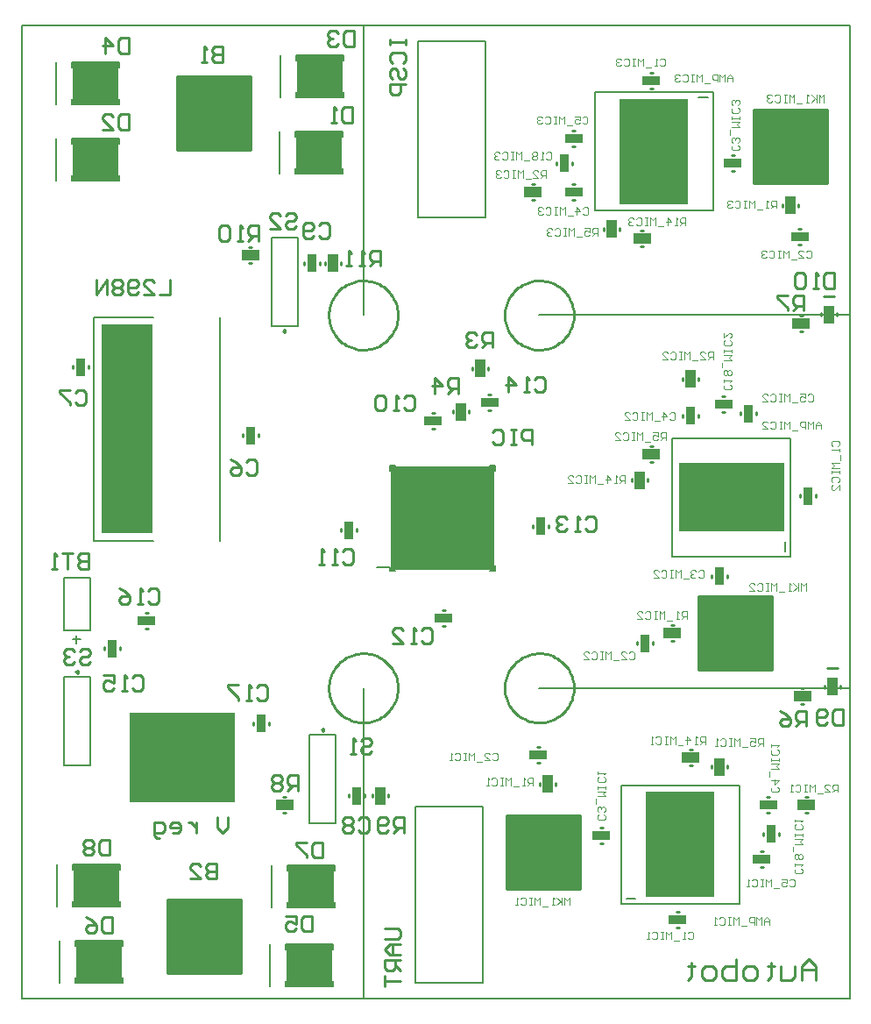
<source format=gto>
%FSLAX25Y25*%
%MOIN*%
G70*
G01*
G75*
%ADD10R,0.04213X0.08504*%
%ADD11R,0.32795X0.31496*%
%ADD12R,0.03937X0.03937*%
%ADD13R,0.03937X0.03937*%
%ADD14R,0.09843X0.09055*%
%ADD15R,0.05906X0.01969*%
%ADD16R,0.01969X0.05906*%
%ADD17C,0.01000*%
%ADD18C,0.02362*%
%ADD19C,0.03937*%
%ADD20C,0.00787*%
%ADD21R,0.40000X0.34016*%
%ADD22R,0.03543X0.06693*%
%ADD23R,0.06693X0.03543*%
%ADD24R,0.03937X0.07087*%
%ADD25R,0.17716X0.15748*%
%ADD26R,0.39370X0.39370*%
%ADD27R,0.07087X0.03937*%
%ADD28R,0.40158X0.25984*%
%ADD29R,0.25984X0.40158*%
%ADD30R,0.19685X0.79528*%
%ADD31R,0.27559X0.27559*%
%ADD32C,0.05906*%
%ADD33R,0.05906X0.05906*%
%ADD34R,0.07284X0.07284*%
%ADD35C,0.07284*%
%ADD36C,0.07874*%
%ADD37C,0.05000*%
%ADD38C,0.15748*%
%ADD39C,0.00984*%
%ADD40C,0.00492*%
%ADD41C,0.00591*%
G54D17*
X564894Y118110D02*
X564932Y117116D01*
X565044Y116128D01*
X565232Y115151D01*
X565492Y114191D01*
X565824Y113253D01*
X566227Y112343D01*
X566697Y111467D01*
X567232Y110628D01*
X567828Y109832D01*
X568484Y109084D01*
X569194Y108387D01*
X569954Y107746D01*
X570761Y107164D01*
X571610Y106645D01*
X572496Y106192D01*
X573413Y105807D01*
X574357Y105492D01*
X575321Y105250D01*
X576302Y105082D01*
X577292Y104988D01*
X578287Y104969D01*
X579280Y105025D01*
X580266Y105157D01*
X581239Y105362D01*
X582194Y105641D01*
X583125Y105991D01*
X584027Y106410D01*
X584895Y106897D01*
X585723Y107448D01*
X586508Y108059D01*
X587244Y108729D01*
X587927Y109452D01*
X588553Y110224D01*
X589119Y111042D01*
X589622Y111901D01*
X590059Y112794D01*
X590426Y113719D01*
X590723Y114668D01*
X590947Y115638D01*
X591097Y116621D01*
X591172Y117613D01*
Y118608D01*
X591097Y119599D01*
X590947Y120583D01*
X590723Y121552D01*
X590426Y122502D01*
X590059Y123426D01*
X589622Y124320D01*
X589119Y125178D01*
X588553Y125996D01*
X587927Y126769D01*
X587244Y127492D01*
X586508Y128161D01*
X585723Y128773D01*
X584895Y129324D01*
X584027Y129810D01*
X583125Y130230D01*
X582194Y130580D01*
X581239Y130858D01*
X580266Y131064D01*
X579280Y131195D01*
X578287Y131252D01*
X577292Y131233D01*
X576302Y131139D01*
X575321Y130970D01*
X574357Y130728D01*
X573413Y130413D01*
X572496Y130028D01*
X571610Y129575D01*
X570761Y129056D01*
X569954Y128474D01*
X569194Y127833D01*
X568484Y127137D01*
X567829Y126388D01*
X567232Y125593D01*
X566697Y124754D01*
X566227Y123877D01*
X565824Y122967D01*
X565492Y122030D01*
X565232Y121070D01*
X565044Y120093D01*
X564932Y119104D01*
X564894Y118110D01*
X497965Y118110D02*
X498003Y117116D01*
X498115Y116128D01*
X498302Y115151D01*
X498563Y114191D01*
X498895Y113253D01*
X499298Y112343D01*
X499767Y111467D01*
X500303Y110628D01*
X500899Y109832D01*
X501555Y109084D01*
X502265Y108387D01*
X503025Y107746D01*
X503832Y107164D01*
X504681Y106645D01*
X505566Y106192D01*
X506484Y105807D01*
X507427Y105492D01*
X508392Y105250D01*
X509373Y105082D01*
X510363Y104988D01*
X511357Y104969D01*
X512351Y105025D01*
X513337Y105157D01*
X514310Y105362D01*
X515265Y105641D01*
X516196Y105991D01*
X517098Y106410D01*
X517966Y106897D01*
X518794Y107448D01*
X519579Y108059D01*
X520314Y108729D01*
X520998Y109452D01*
X521624Y110224D01*
X522190Y111042D01*
X522693Y111901D01*
X523130Y112794D01*
X523497Y113719D01*
X523794Y114668D01*
X524018Y115638D01*
X524168Y116621D01*
X524243Y117613D01*
Y118608D01*
X524168Y119599D01*
X524018Y120583D01*
X523794Y121552D01*
X523497Y122502D01*
X523130Y123426D01*
X522693Y124320D01*
X522190Y125178D01*
X521624Y125996D01*
X520998Y126769D01*
X520314Y127492D01*
X519579Y128161D01*
X518794Y128773D01*
X517966Y129324D01*
X517098Y129810D01*
X516196Y130230D01*
X515265Y130580D01*
X514310Y130858D01*
X513337Y131064D01*
X512351Y131195D01*
X511357Y131252D01*
X510363Y131233D01*
X509373Y131139D01*
X508392Y130970D01*
X507427Y130728D01*
X506484Y130413D01*
X505567Y130028D01*
X504681Y129575D01*
X503832Y129056D01*
X503025Y128474D01*
X502265Y127833D01*
X501555Y127137D01*
X500899Y126388D01*
X500303Y125593D01*
X499768Y124754D01*
X499298Y123877D01*
X498895Y122967D01*
X498563Y122030D01*
X498302Y121070D01*
X498115Y120093D01*
X498003Y119104D01*
X497965Y118110D01*
Y259842D02*
X498003Y258849D01*
X498115Y257860D01*
X498302Y256883D01*
X498563Y255923D01*
X498895Y254985D01*
X499298Y254076D01*
X499767Y253199D01*
X500303Y252360D01*
X500899Y251564D01*
X501555Y250816D01*
X502265Y250119D01*
X503025Y249478D01*
X503832Y248897D01*
X504681Y248378D01*
X505566Y247924D01*
X506484Y247539D01*
X507427Y247225D01*
X508392Y246983D01*
X509373Y246814D01*
X510363Y246720D01*
X511357Y246701D01*
X512351Y246758D01*
X513337Y246889D01*
X514310Y247094D01*
X515265Y247373D01*
X516196Y247723D01*
X517098Y248143D01*
X517966Y248629D01*
X518794Y249180D01*
X519579Y249792D01*
X520314Y250461D01*
X520998Y251184D01*
X521624Y251957D01*
X522190Y252775D01*
X522693Y253633D01*
X523130Y254527D01*
X523497Y255451D01*
X523794Y256401D01*
X524018Y257370D01*
X524168Y258353D01*
X524243Y259345D01*
Y260340D01*
X524168Y261332D01*
X524018Y262315D01*
X523794Y263284D01*
X523497Y264234D01*
X523130Y265158D01*
X522693Y266052D01*
X522190Y266911D01*
X521624Y267728D01*
X520998Y268501D01*
X520314Y269224D01*
X519579Y269893D01*
X518794Y270505D01*
X517966Y271056D01*
X517098Y271542D01*
X516196Y271962D01*
X515265Y272312D01*
X514310Y272590D01*
X513337Y272796D01*
X512351Y272927D01*
X511357Y272984D01*
X510363Y272965D01*
X509373Y272871D01*
X508392Y272703D01*
X507427Y272460D01*
X506484Y272146D01*
X505567Y271761D01*
X504681Y271307D01*
X503832Y270789D01*
X503025Y270207D01*
X502265Y269566D01*
X501555Y268869D01*
X500899Y268121D01*
X500303Y267325D01*
X499768Y266486D01*
X499298Y265609D01*
X498895Y264700D01*
X498563Y263762D01*
X498302Y262802D01*
X498115Y261825D01*
X498003Y260837D01*
X497965Y259843D01*
X564894Y259842D02*
X564932Y258849D01*
X565044Y257860D01*
X565232Y256883D01*
X565492Y255923D01*
X565824Y254985D01*
X566227Y254076D01*
X566697Y253199D01*
X567232Y252360D01*
X567828Y251564D01*
X568484Y250816D01*
X569194Y250119D01*
X569954Y249478D01*
X570761Y248897D01*
X571610Y248378D01*
X572496Y247924D01*
X573413Y247539D01*
X574357Y247225D01*
X575321Y246983D01*
X576302Y246814D01*
X577292Y246720D01*
X578287Y246701D01*
X579280Y246758D01*
X580266Y246889D01*
X581239Y247094D01*
X582194Y247373D01*
X583125Y247723D01*
X584027Y248143D01*
X584895Y248629D01*
X585723Y249180D01*
X586508Y249792D01*
X587244Y250461D01*
X587927Y251184D01*
X588553Y251957D01*
X589119Y252775D01*
X589622Y253633D01*
X590059Y254527D01*
X590426Y255451D01*
X590723Y256401D01*
X590947Y257370D01*
X591097Y258353D01*
X591172Y259345D01*
Y260340D01*
X591097Y261332D01*
X590947Y262315D01*
X590723Y263284D01*
X590426Y264234D01*
X590059Y265158D01*
X589622Y266052D01*
X589119Y266911D01*
X588553Y267728D01*
X587927Y268501D01*
X587244Y269224D01*
X586508Y269893D01*
X585723Y270505D01*
X584895Y271056D01*
X584027Y271542D01*
X583125Y271962D01*
X582194Y272312D01*
X581239Y272590D01*
X580266Y272796D01*
X579280Y272927D01*
X578287Y272984D01*
X577292Y272965D01*
X576302Y272871D01*
X575321Y272703D01*
X574357Y272460D01*
X573413Y272146D01*
X572496Y271761D01*
X571610Y271307D01*
X570761Y270789D01*
X569954Y270207D01*
X569194Y269566D01*
X568484Y268869D01*
X567829Y268121D01*
X567232Y267325D01*
X566697Y266486D01*
X566227Y265609D01*
X565824Y264700D01*
X565492Y263762D01*
X565232Y262802D01*
X565044Y261825D01*
X564932Y260837D01*
X564894Y259843D01*
X469148Y104000D02*
Y105000D01*
X475148Y104000D02*
Y105000D01*
X429148Y140500D02*
X428148D01*
X429148Y146500D02*
X428148D01*
X692605Y118000D02*
Y119000D01*
X686605Y118000D02*
Y119000D01*
X691605Y125500D02*
X687605D01*
X690148Y267000D02*
X686148D01*
X685148Y259500D02*
Y260500D01*
X691148Y259500D02*
Y260500D01*
X552648Y239000D02*
Y240000D01*
X558648Y239000D02*
Y240000D01*
X545148Y222500D02*
Y223500D01*
X551148Y222500D02*
Y223500D01*
X678605Y118000D02*
X677605D01*
X678605Y112000D02*
X677605D01*
X678148Y253500D02*
X677148D01*
X678148Y259500D02*
X677148D01*
X481648Y76500D02*
X480648D01*
X481648Y70500D02*
X480648D01*
X520648Y76500D02*
Y77500D01*
X514648Y76500D02*
Y77500D01*
X468648Y285500D02*
X467648D01*
X468648Y279500D02*
X467648D01*
X496648Y279000D02*
Y280000D01*
X502648Y279000D02*
Y280000D01*
X578148Y81000D02*
Y82000D01*
X584148Y81000D02*
Y82000D01*
X629148Y142000D02*
X628148D01*
X629148Y136000D02*
X628148D01*
X676648Y301000D02*
Y302000D01*
X670648Y301000D02*
Y302000D01*
X680148Y76500D02*
X679148D01*
X680148Y70500D02*
X679148D01*
X576148Y309500D02*
X575148D01*
X576148Y303500D02*
X575148D01*
X632648Y235000D02*
Y236000D01*
X638648Y235000D02*
Y236000D01*
X649648Y87500D02*
Y88500D01*
X643648Y87500D02*
Y88500D01*
X621148Y204000D02*
X620148D01*
X621148Y210000D02*
X620148D01*
X602648Y292000D02*
Y293000D01*
X608648Y292000D02*
Y293000D01*
X636148Y88500D02*
X635148D01*
X636148Y94500D02*
X635148D01*
X613148Y196500D02*
Y197500D01*
X619148Y196500D02*
Y197500D01*
X617648Y292000D02*
X616648D01*
X617648Y286000D02*
X616648D01*
X677648Y286500D02*
X676648D01*
X677648Y292500D02*
X676648D01*
X621148Y134500D02*
Y135500D01*
X615148Y134500D02*
Y135500D01*
X578148Y95500D02*
X577148D01*
X578148Y89500D02*
X577148D01*
X584648Y317000D02*
Y318000D01*
X590648Y317000D02*
Y318000D01*
X648648Y222847D02*
X647648D01*
X648648Y228847D02*
X647648D01*
X669148Y62000D02*
Y63000D01*
X663148Y62000D02*
Y63000D01*
X465148Y213500D02*
Y214500D01*
X471148Y213500D02*
Y214500D01*
X406648Y239500D02*
Y240500D01*
X400648Y239500D02*
Y240500D01*
X505648Y76500D02*
Y77500D01*
X511648Y76500D02*
Y77500D01*
X488648Y279000D02*
Y280000D01*
X494648Y279000D02*
Y280000D01*
X538148Y222500D02*
X537148D01*
X538148Y216500D02*
X537148D01*
X502648Y177500D02*
Y178500D01*
X508648Y177500D02*
Y178500D01*
X542148Y141500D02*
X541148D01*
X542148Y147500D02*
X541148D01*
X575648Y179000D02*
Y180000D01*
X581648Y179000D02*
Y180000D01*
X559648Y223500D02*
X558648D01*
X559648Y229500D02*
X558648D01*
X631148Y33000D02*
X630148D01*
X631148Y27000D02*
X630148D01*
X683148Y190500D02*
Y191500D01*
X677148Y190500D02*
Y191500D01*
X621148Y346000D02*
X620148D01*
X621148Y352000D02*
X620148D01*
X602148Y65000D02*
X601148D01*
X602148Y59000D02*
X601148D01*
X649648Y160000D02*
Y161000D01*
X643648Y160000D02*
Y161000D01*
X652148Y314500D02*
X651148D01*
X652148Y320500D02*
X651148D01*
X665648Y76500D02*
X664648D01*
X665648Y70500D02*
X664648D01*
X638648Y221000D02*
Y222000D01*
X632648Y221000D02*
Y222000D01*
X591648Y303500D02*
X590648D01*
X591648Y309500D02*
X590648D01*
X663148Y50000D02*
X662148D01*
X663148Y56000D02*
X662148D01*
X654648Y221847D02*
Y222847D01*
X660648Y221847D02*
Y222847D01*
X591648Y330000D02*
X590648D01*
X591648Y324000D02*
X590648D01*
X412648Y132500D02*
Y133500D01*
X418648Y132500D02*
Y133500D01*
X468148Y350500D02*
X440148D01*
X468148Y322500D02*
Y350500D01*
Y322500D02*
X440148D01*
Y350500D01*
X464648Y37500D02*
X436648D01*
X464648Y9500D02*
Y37500D01*
Y9500D02*
X436648D01*
Y37500D01*
X593648Y69500D02*
X565648D01*
X593648Y41500D02*
Y69500D01*
Y41500D02*
X565648D01*
Y69500D01*
X638648Y125000D02*
Y153000D01*
X666648D02*
X638648D01*
X666648Y125000D02*
Y153000D01*
Y125000D02*
X638648D01*
X687648Y310000D02*
X659648D01*
Y338000D01*
X687648D02*
X659648D01*
X687648Y310000D02*
Y338000D01*
X459648Y68998D02*
Y64999D01*
X457649Y63000D01*
X455649Y64999D01*
Y68998D01*
X447652Y66999D02*
Y63000D01*
Y64999D01*
X446652Y65999D01*
X445653Y66999D01*
X444653D01*
X438655Y63000D02*
X440654D01*
X441654Y64000D01*
Y65999D01*
X440654Y66999D01*
X438655D01*
X437655Y65999D01*
Y64999D01*
X441654D01*
X433657Y61001D02*
X432657D01*
X431657Y62000D01*
Y66999D01*
X434656D01*
X435656Y65999D01*
Y64000D01*
X434656Y63000D01*
X431657D01*
X470670Y118218D02*
X471669Y119218D01*
X473669D01*
X474669Y118218D01*
Y114219D01*
X473669Y113220D01*
X471669D01*
X470670Y114219D01*
X468671Y113220D02*
X466671D01*
X467671D01*
Y119218D01*
X468671Y118218D01*
X463672Y119218D02*
X459673D01*
Y118218D01*
X463672Y114219D01*
Y113220D01*
X429370Y155018D02*
X430370Y156018D01*
X432369D01*
X433368Y155018D01*
Y151019D01*
X432369Y150020D01*
X430370D01*
X429370Y151019D01*
X427371Y150020D02*
X425371D01*
X426371D01*
Y156018D01*
X427371Y155018D01*
X418373Y156018D02*
X420373Y155018D01*
X422372Y153019D01*
Y151019D01*
X421372Y150020D01*
X419373D01*
X418373Y151019D01*
Y152019D01*
X419373Y153019D01*
X422372D01*
X423149Y121998D02*
X424149Y122998D01*
X426148D01*
X427148Y121998D01*
Y118000D01*
X426148Y117000D01*
X424149D01*
X423149Y118000D01*
X421150Y117000D02*
X419151D01*
X420150D01*
Y122998D01*
X421150Y121998D01*
X412153Y122998D02*
X416152D01*
Y119999D01*
X414152Y120999D01*
X413153D01*
X412153Y119999D01*
Y118000D01*
X413153Y117000D01*
X415152D01*
X416152Y118000D01*
X406568Y169418D02*
Y163420D01*
X403570D01*
X402570Y164419D01*
Y165419D01*
X403570Y166419D01*
X406568D01*
X403570D01*
X402570Y167418D01*
Y168418D01*
X403570Y169418D01*
X406568D01*
X400570D02*
X396572D01*
X398571D01*
Y163420D01*
X394572D02*
X392573D01*
X393573D01*
Y169418D01*
X394572Y168418D01*
X403149Y131998D02*
X404149Y132998D01*
X406148D01*
X407148Y131998D01*
Y130999D01*
X406148Y129999D01*
X404149D01*
X403149Y128999D01*
Y128000D01*
X404149Y127000D01*
X406148D01*
X407148Y128000D01*
X401150Y131998D02*
X400150Y132998D01*
X398151D01*
X397151Y131998D01*
Y130999D01*
X398151Y129999D01*
X399151D01*
X398151D01*
X397151Y128999D01*
Y128000D01*
X398151Y127000D01*
X400150D01*
X401150Y128000D01*
X519150Y26500D02*
X524148D01*
X525148Y25500D01*
Y23501D01*
X524148Y22501D01*
X519150D01*
X525148Y20502D02*
X521149D01*
X519150Y18503D01*
X521149Y16503D01*
X525148D01*
X522149D01*
Y20502D01*
X525148Y14504D02*
X519150D01*
Y11505D01*
X520150Y10505D01*
X522149D01*
X523149Y11505D01*
Y14504D01*
Y12505D02*
X525148Y10505D01*
X519150Y8506D02*
Y4507D01*
Y6506D01*
X525148D01*
X481570Y297718D02*
X482570Y298718D01*
X484569D01*
X485569Y297718D01*
Y296718D01*
X484569Y295719D01*
X482570D01*
X481570Y294719D01*
Y293719D01*
X482570Y292720D01*
X484569D01*
X485569Y293719D01*
X475572Y292720D02*
X479570D01*
X475572Y296718D01*
Y297718D01*
X476571Y298718D01*
X478571D01*
X479570Y297718D01*
X510149Y97998D02*
X511149Y98998D01*
X513148D01*
X514148Y97998D01*
Y96999D01*
X513148Y95999D01*
X511149D01*
X510149Y94999D01*
Y94000D01*
X511149Y93000D01*
X513148D01*
X514148Y94000D01*
X508150Y93000D02*
X506151D01*
X507150D01*
Y98998D01*
X508150Y97998D01*
X517648Y278500D02*
Y284498D01*
X514649D01*
X513649Y283498D01*
Y281499D01*
X514649Y280499D01*
X517648D01*
X515649D02*
X513649Y278500D01*
X511650D02*
X509651D01*
X510650D01*
Y284498D01*
X511650Y283498D01*
X506652Y278500D02*
X504652D01*
X505652D01*
Y284498D01*
X506652Y283498D01*
X471148Y288000D02*
Y293998D01*
X468149D01*
X467149Y292998D01*
Y290999D01*
X468149Y289999D01*
X471148D01*
X469149D02*
X467149Y288000D01*
X465150D02*
X463151D01*
X464150D01*
Y293998D01*
X465150Y292998D01*
X460152D02*
X459152Y293998D01*
X457153D01*
X456153Y292998D01*
Y289000D01*
X457153Y288000D01*
X459152D01*
X460152Y289000D01*
Y292998D01*
X526648Y63000D02*
Y68998D01*
X523649D01*
X522649Y67998D01*
Y65999D01*
X523649Y64999D01*
X526648D01*
X524649D02*
X522649Y63000D01*
X520650Y64000D02*
X519650Y63000D01*
X517651D01*
X516651Y64000D01*
Y67998D01*
X517651Y68998D01*
X519650D01*
X520650Y67998D01*
Y66999D01*
X519650Y65999D01*
X516651D01*
X486068Y78920D02*
Y84918D01*
X483070D01*
X482070Y83918D01*
Y81919D01*
X483070Y80919D01*
X486068D01*
X484069D02*
X482070Y78920D01*
X480070Y83918D02*
X479071Y84918D01*
X477071D01*
X476072Y83918D01*
Y82918D01*
X477071Y81919D01*
X476072Y80919D01*
Y79919D01*
X477071Y78920D01*
X479071D01*
X480070Y79919D01*
Y80919D01*
X479071Y81919D01*
X480070Y82918D01*
Y83918D01*
X479071Y81919D02*
X477071D01*
X678648Y261500D02*
Y267498D01*
X675649D01*
X674649Y266498D01*
Y264499D01*
X675649Y263499D01*
X678648D01*
X676649D02*
X674649Y261500D01*
X672650Y267498D02*
X668651D01*
Y266498D01*
X672650Y262500D01*
Y261500D01*
X679648Y103500D02*
Y109498D01*
X676649D01*
X675649Y108498D01*
Y106499D01*
X676649Y105499D01*
X679648D01*
X677649D02*
X675649Y103500D01*
X669651Y109498D02*
X671651Y108498D01*
X673650Y106499D01*
Y104500D01*
X672650Y103500D01*
X670651D01*
X669651Y104500D01*
Y105499D01*
X670651Y106499D01*
X673650D01*
X547148Y230000D02*
Y235998D01*
X544149D01*
X543149Y234998D01*
Y232999D01*
X544149Y231999D01*
X547148D01*
X545149D02*
X543149Y230000D01*
X538151D02*
Y235998D01*
X541150Y232999D01*
X537151D01*
X560148Y247500D02*
Y253498D01*
X557149D01*
X556149Y252498D01*
Y250499D01*
X557149Y249499D01*
X560148D01*
X558149D02*
X556149Y247500D01*
X554150Y252498D02*
X553150Y253498D01*
X551151D01*
X550151Y252498D01*
Y251499D01*
X551151Y250499D01*
X552151D01*
X551151D01*
X550151Y249499D01*
Y248500D01*
X551151Y247500D01*
X553150D01*
X554150Y248500D01*
X575148Y210500D02*
Y216498D01*
X572149D01*
X571149Y215498D01*
Y213499D01*
X572149Y212499D01*
X575148D01*
X569150Y216498D02*
X567151D01*
X568150D01*
Y210500D01*
X569150D01*
X567151D01*
X560153Y215498D02*
X561153Y216498D01*
X563152D01*
X564152Y215498D01*
Y211500D01*
X563152Y210500D01*
X561153D01*
X560153Y211500D01*
X437648Y273498D02*
Y267500D01*
X433649D01*
X427651D02*
X431650D01*
X427651Y271499D01*
Y272498D01*
X428651Y273498D01*
X430650D01*
X431650Y272498D01*
X425652Y268500D02*
X424652Y267500D01*
X422653D01*
X421653Y268500D01*
Y272498D01*
X422653Y273498D01*
X424652D01*
X425652Y272498D01*
Y271499D01*
X424652Y270499D01*
X421653D01*
X419654Y272498D02*
X418654Y273498D01*
X416655D01*
X415655Y272498D01*
Y271499D01*
X416655Y270499D01*
X415655Y269499D01*
Y268500D01*
X416655Y267500D01*
X418654D01*
X419654Y268500D01*
Y269499D01*
X418654Y270499D01*
X419654Y271499D01*
Y272498D01*
X418654Y270499D02*
X416655D01*
X413656Y267500D02*
Y273498D01*
X409657Y267500D01*
Y273498D01*
X521150Y364500D02*
Y362501D01*
Y363500D01*
X527148D01*
Y364500D01*
Y362501D01*
X522150Y355503D02*
X521150Y356503D01*
Y358502D01*
X522150Y359502D01*
X526148D01*
X527148Y358502D01*
Y356503D01*
X526148Y355503D01*
X522150Y349505D02*
X521150Y350504D01*
Y352504D01*
X522150Y353504D01*
X523149D01*
X524149Y352504D01*
Y350504D01*
X525149Y349505D01*
X526148D01*
X527148Y350504D01*
Y352504D01*
X526148Y353504D01*
X527148Y347505D02*
X521150D01*
Y344507D01*
X522150Y343507D01*
X524149D01*
X525149Y344507D01*
Y347505D01*
X690169Y276018D02*
Y270020D01*
X687170D01*
X686170Y271019D01*
Y275018D01*
X687170Y276018D01*
X690169D01*
X684170Y270020D02*
X682171D01*
X683171D01*
Y276018D01*
X684170Y275018D01*
X679172D02*
X678172Y276018D01*
X676173D01*
X675173Y275018D01*
Y271019D01*
X676173Y270020D01*
X678172D01*
X679172Y271019D01*
Y275018D01*
X693648Y109998D02*
Y104000D01*
X690649D01*
X689649Y105000D01*
Y108998D01*
X690649Y109998D01*
X693648D01*
X687650Y105000D02*
X686650Y104000D01*
X684651D01*
X683651Y105000D01*
Y108998D01*
X684651Y109998D01*
X686650D01*
X687650Y108998D01*
Y107999D01*
X686650Y106999D01*
X683651D01*
X414648Y60498D02*
Y54500D01*
X411649D01*
X410649Y55500D01*
Y59498D01*
X411649Y60498D01*
X414648D01*
X408650Y59498D02*
X407650Y60498D01*
X405651D01*
X404651Y59498D01*
Y58499D01*
X405651Y57499D01*
X404651Y56499D01*
Y55500D01*
X405651Y54500D01*
X407650D01*
X408650Y55500D01*
Y56499D01*
X407650Y57499D01*
X408650Y58499D01*
Y59498D01*
X407650Y57499D02*
X405651D01*
X495648Y59498D02*
Y53500D01*
X492649D01*
X491649Y54500D01*
Y58498D01*
X492649Y59498D01*
X495648D01*
X489650D02*
X485651D01*
Y58498D01*
X489650Y54500D01*
Y53500D01*
X415648Y30998D02*
Y25000D01*
X412649D01*
X411649Y26000D01*
Y29998D01*
X412649Y30998D01*
X415648D01*
X405651D02*
X407651Y29998D01*
X409650Y27999D01*
Y26000D01*
X408650Y25000D01*
X406651D01*
X405651Y26000D01*
Y26999D01*
X406651Y27999D01*
X409650D01*
X491648Y31498D02*
Y25500D01*
X488649D01*
X487649Y26500D01*
Y30498D01*
X488649Y31498D01*
X491648D01*
X481651D02*
X485650D01*
Y28499D01*
X483651Y29499D01*
X482651D01*
X481651Y28499D01*
Y26500D01*
X482651Y25500D01*
X484650D01*
X485650Y26500D01*
X421969Y365418D02*
Y359420D01*
X418969D01*
X417970Y360419D01*
Y364418D01*
X418969Y365418D01*
X421969D01*
X412971Y359420D02*
Y365418D01*
X415971Y362419D01*
X411972D01*
X507469Y367918D02*
Y361920D01*
X504469D01*
X503470Y362919D01*
Y366918D01*
X504469Y367918D01*
X507469D01*
X501471Y366918D02*
X500471Y367918D01*
X498471D01*
X497472Y366918D01*
Y365918D01*
X498471Y364919D01*
X499471D01*
X498471D01*
X497472Y363919D01*
Y362919D01*
X498471Y361920D01*
X500471D01*
X501471Y362919D01*
X421969Y336418D02*
Y330420D01*
X418969D01*
X417970Y331419D01*
Y335418D01*
X418969Y336418D01*
X421969D01*
X411972Y330420D02*
X415971D01*
X411972Y334418D01*
Y335418D01*
X412971Y336418D01*
X414971D01*
X415971Y335418D01*
X506968Y338918D02*
Y332920D01*
X503969D01*
X502970Y333919D01*
Y337918D01*
X503969Y338918D01*
X506968D01*
X500971Y332920D02*
X498971D01*
X499971D01*
Y338918D01*
X500971Y337918D01*
X576149Y235498D02*
X577149Y236498D01*
X579148D01*
X580148Y235498D01*
Y231500D01*
X579148Y230500D01*
X577149D01*
X576149Y231500D01*
X574150Y230500D02*
X572151D01*
X573150D01*
Y236498D01*
X574150Y235498D01*
X566153Y230500D02*
Y236498D01*
X569152Y233499D01*
X565153D01*
X595649Y182498D02*
X596649Y183498D01*
X598648D01*
X599648Y182498D01*
Y178500D01*
X598648Y177500D01*
X596649D01*
X595649Y178500D01*
X593650Y177500D02*
X591651D01*
X592650D01*
Y183498D01*
X593650Y182498D01*
X588652D02*
X587652Y183498D01*
X585653D01*
X584653Y182498D01*
Y181499D01*
X585653Y180499D01*
X586652D01*
X585653D01*
X584653Y179499D01*
Y178500D01*
X585653Y177500D01*
X587652D01*
X588652Y178500D01*
X533149Y139998D02*
X534149Y140998D01*
X536148D01*
X537148Y139998D01*
Y136000D01*
X536148Y135000D01*
X534149D01*
X533149Y136000D01*
X531150Y135000D02*
X529151D01*
X530150D01*
Y140998D01*
X531150Y139998D01*
X522153Y135000D02*
X526152D01*
X522153Y138999D01*
Y139998D01*
X523153Y140998D01*
X525152D01*
X526152Y139998D01*
X503149Y169998D02*
X504149Y170998D01*
X506148D01*
X507148Y169998D01*
Y166000D01*
X506148Y165000D01*
X504149D01*
X503149Y166000D01*
X501150Y165000D02*
X499151D01*
X500150D01*
Y170998D01*
X501150Y169998D01*
X496152Y165000D02*
X494152D01*
X495152D01*
Y170998D01*
X496152Y169998D01*
X526649Y228498D02*
X527649Y229498D01*
X529648D01*
X530648Y228498D01*
Y224500D01*
X529648Y223500D01*
X527649D01*
X526649Y224500D01*
X524650Y223500D02*
X522651D01*
X523650D01*
Y229498D01*
X524650Y228498D01*
X519652D02*
X518652Y229498D01*
X516653D01*
X515653Y228498D01*
Y224500D01*
X516653Y223500D01*
X518652D01*
X519652Y224500D01*
Y228498D01*
X494149Y293998D02*
X495149Y294998D01*
X497148D01*
X498148Y293998D01*
Y290000D01*
X497148Y289000D01*
X495149D01*
X494149Y290000D01*
X492150D02*
X491150Y289000D01*
X489151D01*
X488151Y290000D01*
Y293998D01*
X489151Y294998D01*
X491150D01*
X492150Y293998D01*
Y292999D01*
X491150Y291999D01*
X488151D01*
X509149Y67998D02*
X510149Y68998D01*
X512148D01*
X513148Y67998D01*
Y64000D01*
X512148Y63000D01*
X510149D01*
X509149Y64000D01*
X507150Y67998D02*
X506150Y68998D01*
X504151D01*
X503151Y67998D01*
Y66999D01*
X504151Y65999D01*
X503151Y64999D01*
Y64000D01*
X504151Y63000D01*
X506150D01*
X507150Y64000D01*
Y64999D01*
X506150Y65999D01*
X507150Y66999D01*
Y67998D01*
X506150Y65999D02*
X504151D01*
X401649Y230498D02*
X402649Y231498D01*
X404648D01*
X405648Y230498D01*
Y226500D01*
X404648Y225500D01*
X402649D01*
X401649Y226500D01*
X399650Y231498D02*
X395651D01*
Y230498D01*
X399650Y226500D01*
Y225500D01*
X466649Y203998D02*
X467649Y204998D01*
X469648D01*
X470648Y203998D01*
Y200000D01*
X469648Y199000D01*
X467649D01*
X466649Y200000D01*
X460651Y204998D02*
X462651Y203998D01*
X464650Y201999D01*
Y200000D01*
X463650Y199000D01*
X461651D01*
X460651Y200000D01*
Y200999D01*
X461651Y201999D01*
X464650D01*
X455148Y51498D02*
Y45500D01*
X452149D01*
X451149Y46500D01*
Y47499D01*
X452149Y48499D01*
X455148D01*
X452149D01*
X451149Y49499D01*
Y50498D01*
X452149Y51498D01*
X455148D01*
X445151Y45500D02*
X449150D01*
X445151Y49499D01*
Y50498D01*
X446151Y51498D01*
X448150D01*
X449150Y50498D01*
X457648Y361998D02*
Y356000D01*
X454649D01*
X453649Y357000D01*
Y357999D01*
X454649Y358999D01*
X457648D01*
X454649D01*
X453649Y359999D01*
Y360998D01*
X454649Y361998D01*
X457648D01*
X451650Y356000D02*
X449651D01*
X450650D01*
Y361998D01*
X451650Y360998D01*
G54D20*
X407148Y140000D02*
Y160000D01*
Y140000D02*
X397148D01*
Y160000D01*
X407148D02*
X397148D01*
Y88650D02*
Y122350D01*
X407148Y88650D02*
X397148D01*
X407148D02*
Y122350D01*
X397148D01*
X479148Y313500D02*
Y329500D01*
X485148Y313500D02*
Y315500D01*
X503148Y313500D02*
X485148D01*
X503148D02*
Y315500D01*
X485148Y327500D02*
Y329500D01*
X503148D02*
X485148D01*
X503148Y327500D02*
Y329500D01*
X418148Y325000D02*
Y327000D01*
X400148D01*
Y325000D02*
Y327000D01*
X418148Y311000D02*
Y313000D01*
Y311000D02*
X400148D01*
Y313000D01*
X394148Y311000D02*
Y327000D01*
X479648Y342500D02*
Y358500D01*
X485648Y342500D02*
Y344500D01*
X503648Y342500D02*
X485648D01*
X503648D02*
Y344500D01*
X485648Y356500D02*
Y358500D01*
X503648D02*
X485648D01*
X503648Y356500D02*
Y358500D01*
X418148Y354000D02*
Y356000D01*
X400148D01*
Y354000D02*
Y356000D01*
X418148Y340000D02*
Y342000D01*
Y340000D02*
X400148D01*
Y342000D01*
X394148Y340000D02*
Y356000D01*
X475648Y4500D02*
Y20500D01*
X481648Y4500D02*
Y6500D01*
X499648Y4500D02*
X481648D01*
X499648D02*
Y6500D01*
X481648Y18500D02*
Y20500D01*
X499648D02*
X481648D01*
X499648Y18500D02*
Y20500D01*
X419648Y20000D02*
Y22000D01*
X401648D01*
Y20000D02*
Y22000D01*
X419648Y6000D02*
Y8000D01*
Y6000D02*
X401648D01*
Y8000D01*
X395648Y6000D02*
Y22000D01*
X476148Y34500D02*
Y50500D01*
X482148Y34500D02*
Y36500D01*
X500148Y34500D02*
X482148D01*
X500148D02*
Y36500D01*
X482148Y48500D02*
Y50500D01*
X500148D02*
X482148D01*
X500148Y48500D02*
Y50500D01*
X418648Y49000D02*
Y51000D01*
X400648D01*
Y49000D02*
Y51000D01*
X418648Y35000D02*
Y37000D01*
Y35000D02*
X400648D01*
Y37000D01*
X394648Y35000D02*
Y51000D01*
X561148Y162500D02*
Y164500D01*
Y162500D02*
X559148D01*
X561148Y200500D02*
Y202500D01*
X559148D01*
X523148D02*
X521148D01*
Y200500D02*
Y202500D01*
X523148Y162500D02*
X521148D01*
Y164000D01*
X516148D01*
X671648Y170000D02*
Y173500D01*
X673648Y168000D02*
X628648D01*
X673648D02*
Y213000D01*
X628648Y168000D02*
Y213000D01*
X673648D02*
X628648D01*
X599148Y299500D02*
Y344500D01*
X644148Y299500D02*
X599148D01*
X644148Y344500D02*
X599148D01*
X644148Y299500D02*
Y344500D01*
X642148Y342500D02*
X638648D01*
X654148Y36000D02*
Y81000D01*
X609148D01*
X654148Y36000D02*
X609148D01*
Y81000D01*
X614648Y38000D02*
X611148D01*
X490648Y66650D02*
Y100350D01*
X500648Y66650D02*
X490648D01*
X500648D02*
Y100350D01*
X490648D01*
X486148Y255650D02*
Y289350D01*
X476148D01*
Y255650D02*
Y289350D01*
X486148Y255650D02*
X476148D01*
X557443Y297035D02*
X531853D01*
Y363965D01*
X557443Y297035D02*
Y363965D01*
X531853D01*
X456719Y174000D02*
Y259000D01*
X431148Y174000D02*
X408648D01*
Y259000D01*
X431148D02*
X408648D01*
X556443Y72965D02*
X530853D01*
X556443Y6035D02*
Y72965D01*
X530853Y6035D02*
Y72965D01*
X556443Y6035D02*
X530853D01*
X511109Y259842D02*
Y370079D01*
Y0D02*
Y118110D01*
X696148Y259842D02*
X578038D01*
X696148Y118110D02*
X578038D01*
X696148Y370079D02*
X381187D01*
X696148Y0D02*
Y370079D01*
X381187Y0D02*
Y370079D01*
X696148Y0D02*
X381187D01*
G54D21*
X442148Y91508D02*
D03*
G54D22*
X472148Y104500D02*
D03*
X618148Y135000D02*
D03*
X587648Y317500D02*
D03*
X666148Y62500D02*
D03*
X468148Y214000D02*
D03*
X403648Y240000D02*
D03*
X508648Y77000D02*
D03*
X491648Y279500D02*
D03*
X505648Y178000D02*
D03*
X578648Y179500D02*
D03*
X680148Y191000D02*
D03*
X646648Y160500D02*
D03*
X635648Y221500D02*
D03*
X657648Y222346D02*
D03*
X415648Y133000D02*
D03*
G54D23*
X428648Y143500D02*
D03*
X677148Y289500D02*
D03*
X577648Y92500D02*
D03*
X648148Y225847D02*
D03*
X537648Y219500D02*
D03*
X541648Y144500D02*
D03*
X559148Y226500D02*
D03*
X630648Y30000D02*
D03*
X620648Y349000D02*
D03*
X601648Y62000D02*
D03*
X651648Y317500D02*
D03*
X665148Y73500D02*
D03*
X591148Y306500D02*
D03*
X662648Y53000D02*
D03*
X591148Y327000D02*
D03*
G54D24*
X689605Y118500D02*
D03*
X688148Y260000D02*
D03*
X555648Y239500D02*
D03*
X548148Y223000D02*
D03*
X517648Y77000D02*
D03*
X499648Y279500D02*
D03*
X581148Y81500D02*
D03*
X673648Y301500D02*
D03*
X635648Y235500D02*
D03*
X646648Y88000D02*
D03*
X605648Y292500D02*
D03*
X616148Y197000D02*
D03*
G54D25*
X494148Y321500D02*
D03*
X409148Y319000D02*
D03*
X494648Y350500D02*
D03*
X409148Y348000D02*
D03*
X490648Y12500D02*
D03*
X410648Y14000D02*
D03*
X491148Y42500D02*
D03*
X409648Y43000D02*
D03*
G54D26*
X541148Y182500D02*
D03*
G54D27*
X678105Y115000D02*
D03*
X677648Y256500D02*
D03*
X481148Y73500D02*
D03*
X468148Y282500D02*
D03*
X628648Y139000D02*
D03*
X679648Y73500D02*
D03*
X575648Y306500D02*
D03*
X620648Y207000D02*
D03*
X635648Y91500D02*
D03*
X617148Y289000D02*
D03*
G54D28*
X651148Y190500D02*
D03*
G54D29*
X621648Y322000D02*
D03*
X631648Y58500D02*
D03*
G54D30*
X421146Y216504D02*
D03*
G54D31*
X454148Y336500D02*
D03*
X450648Y23500D02*
D03*
X579648Y55500D02*
D03*
X652648Y139000D02*
D03*
X673648Y324000D02*
D03*
G54D39*
X401660Y124244D02*
X402398Y123818D01*
Y124670D01*
X401660Y124244D01*
X495160Y102244D02*
X495898Y101818D01*
Y102670D01*
X495160Y102244D01*
X480652Y253756D02*
X481390Y253330D01*
Y254182D01*
X480652Y253756D01*
X683148Y7000D02*
Y12248D01*
X680524Y14872D01*
X677900Y12248D01*
Y7000D01*
Y10936D01*
X683148D01*
X675277Y12248D02*
Y8312D01*
X673965Y7000D01*
X670029D01*
Y12248D01*
X666093Y13560D02*
Y12248D01*
X667405D01*
X664781D01*
X666093D01*
Y8312D01*
X664781Y7000D01*
X659534D02*
X656910D01*
X655598Y8312D01*
Y10936D01*
X656910Y12248D01*
X659534D01*
X660846Y10936D01*
Y8312D01*
X659534Y7000D01*
X652974Y14872D02*
Y7000D01*
X649038D01*
X647726Y8312D01*
Y9624D01*
Y10936D01*
X649038Y12248D01*
X652974D01*
X643791Y7000D02*
X641167D01*
X639855Y8312D01*
Y10936D01*
X641167Y12248D01*
X643791D01*
X645103Y10936D01*
Y8312D01*
X643791Y7000D01*
X635919Y13560D02*
Y12248D01*
X637231D01*
X634607D01*
X635919D01*
Y8312D01*
X634607Y7000D01*
G54D40*
X633648Y294000D02*
Y296952D01*
X632172D01*
X631680Y296460D01*
Y295476D01*
X632172Y294984D01*
X633648D01*
X632664D02*
X631680Y294000D01*
X630696D02*
X629712D01*
X630204D01*
Y296952D01*
X630696Y296460D01*
X626760Y294000D02*
Y296952D01*
X628236Y295476D01*
X626269D01*
X625285Y293508D02*
X623317D01*
X622333Y294000D02*
Y296952D01*
X621349Y295968D01*
X620365Y296952D01*
Y294000D01*
X619381Y296952D02*
X618397D01*
X618889D01*
Y294000D01*
X619381D01*
X618397D01*
X614953Y296460D02*
X615445Y296952D01*
X616429D01*
X616921Y296460D01*
Y294492D01*
X616429Y294000D01*
X615445D01*
X614953Y294492D01*
X613969Y296460D02*
X613477Y296952D01*
X612494D01*
X612002Y296460D01*
Y295968D01*
X612494Y295476D01*
X612985D01*
X612494D01*
X612002Y294984D01*
Y294492D01*
X612494Y294000D01*
X613477D01*
X613969Y294492D01*
X610648Y196000D02*
Y198952D01*
X609172D01*
X608680Y198460D01*
Y197476D01*
X609172Y196984D01*
X610648D01*
X609664D02*
X608680Y196000D01*
X607696D02*
X606712D01*
X607204D01*
Y198952D01*
X607696Y198460D01*
X603760Y196000D02*
Y198952D01*
X605236Y197476D01*
X603269D01*
X602285Y195508D02*
X600317D01*
X599333Y196000D02*
Y198952D01*
X598349Y197968D01*
X597365Y198952D01*
Y196000D01*
X596381Y198952D02*
X595397D01*
X595889D01*
Y196000D01*
X596381D01*
X595397D01*
X591953Y198460D02*
X592445Y198952D01*
X593429D01*
X593921Y198460D01*
Y196492D01*
X593429Y196000D01*
X592445D01*
X591953Y196492D01*
X589002Y196000D02*
X590969D01*
X589002Y197968D01*
Y198460D01*
X589494Y198952D01*
X590477D01*
X590969Y198460D01*
X641069Y96820D02*
Y99771D01*
X639593D01*
X639101Y99280D01*
Y98296D01*
X639593Y97804D01*
X641069D01*
X640085D02*
X639101Y96820D01*
X638117D02*
X637133D01*
X637625D01*
Y99771D01*
X638117Y99280D01*
X634181Y96820D02*
Y99771D01*
X635657Y98296D01*
X633689D01*
X632705Y96328D02*
X630737D01*
X629753Y96820D02*
Y99771D01*
X628769Y98788D01*
X627785Y99771D01*
Y96820D01*
X626801Y99771D02*
X625817D01*
X626309D01*
Y96820D01*
X626801D01*
X625817D01*
X622374Y99280D02*
X622866Y99771D01*
X623850D01*
X624342Y99280D01*
Y97312D01*
X623850Y96820D01*
X622866D01*
X622374Y97312D01*
X621390Y96820D02*
X620406D01*
X620898D01*
Y99771D01*
X621390Y99280D01*
X600148Y290000D02*
Y292952D01*
X598672D01*
X598180Y292460D01*
Y291476D01*
X598672Y290984D01*
X600148D01*
X599164D02*
X598180Y290000D01*
X595228Y292952D02*
X597196D01*
Y291476D01*
X596212Y291968D01*
X595720D01*
X595228Y291476D01*
Y290492D01*
X595720Y290000D01*
X596704D01*
X597196Y290492D01*
X594244Y289508D02*
X592277D01*
X591293Y290000D02*
Y292952D01*
X590309Y291968D01*
X589325Y292952D01*
Y290000D01*
X588341Y292952D02*
X587357D01*
X587849D01*
Y290000D01*
X588341D01*
X587357D01*
X583913Y292460D02*
X584405Y292952D01*
X585389D01*
X585881Y292460D01*
Y290492D01*
X585389Y290000D01*
X584405D01*
X583913Y290492D01*
X582929Y292460D02*
X582437Y292952D01*
X581453D01*
X580961Y292460D01*
Y291968D01*
X581453Y291476D01*
X581945D01*
X581453D01*
X580961Y290984D01*
Y290492D01*
X581453Y290000D01*
X582437D01*
X582929Y290492D01*
X626068Y212320D02*
Y215271D01*
X624593D01*
X624101Y214780D01*
Y213796D01*
X624593Y213304D01*
X626068D01*
X625085D02*
X624101Y212320D01*
X621149Y215271D02*
X623117D01*
Y213796D01*
X622133Y214288D01*
X621641D01*
X621149Y213796D01*
Y212812D01*
X621641Y212320D01*
X622625D01*
X623117Y212812D01*
X620165Y211828D02*
X618197D01*
X617213Y212320D02*
Y215271D01*
X616229Y214288D01*
X615245Y215271D01*
Y212320D01*
X614261Y215271D02*
X613277D01*
X613769D01*
Y212320D01*
X614261D01*
X613277D01*
X609834Y214780D02*
X610325Y215271D01*
X611309D01*
X611801Y214780D01*
Y212812D01*
X611309Y212320D01*
X610325D01*
X609834Y212812D01*
X606882Y212320D02*
X608850D01*
X606882Y214288D01*
Y214780D01*
X607374Y215271D01*
X608358D01*
X608850Y214780D01*
X663148Y96000D02*
Y98952D01*
X661672D01*
X661180Y98460D01*
Y97476D01*
X661672Y96984D01*
X663148D01*
X662164D02*
X661180Y96000D01*
X658228Y98952D02*
X660196D01*
Y97476D01*
X659212Y97968D01*
X658720D01*
X658228Y97476D01*
Y96492D01*
X658720Y96000D01*
X659704D01*
X660196Y96492D01*
X657244Y95508D02*
X655277D01*
X654293Y96000D02*
Y98952D01*
X653309Y97968D01*
X652325Y98952D01*
Y96000D01*
X651341Y98952D02*
X650357D01*
X650849D01*
Y96000D01*
X651341D01*
X650357D01*
X646913Y98460D02*
X647405Y98952D01*
X648389D01*
X648881Y98460D01*
Y96492D01*
X648389Y96000D01*
X647405D01*
X646913Y96492D01*
X645929Y96000D02*
X644945D01*
X645437D01*
Y98952D01*
X645929Y98460D01*
X644148Y243000D02*
Y245952D01*
X642672D01*
X642180Y245460D01*
Y244476D01*
X642672Y243984D01*
X644148D01*
X643164D02*
X642180Y243000D01*
X639228D02*
X641196D01*
X639228Y244968D01*
Y245460D01*
X639720Y245952D01*
X640704D01*
X641196Y245460D01*
X638244Y242508D02*
X636277D01*
X635293Y243000D02*
Y245952D01*
X634309Y244968D01*
X633325Y245952D01*
Y243000D01*
X632341Y245952D02*
X631357D01*
X631849D01*
Y243000D01*
X632341D01*
X631357D01*
X627913Y245460D02*
X628405Y245952D01*
X629389D01*
X629881Y245460D01*
Y243492D01*
X629389Y243000D01*
X628405D01*
X627913Y243492D01*
X624961Y243000D02*
X626929D01*
X624961Y244968D01*
Y245460D01*
X625453Y245952D01*
X626437D01*
X626929Y245460D01*
X686369Y340820D02*
Y343772D01*
X685385Y342788D01*
X684401Y343772D01*
Y340820D01*
X683417Y343772D02*
Y340820D01*
Y341804D01*
X681449Y343772D01*
X682925Y342296D01*
X681449Y340820D01*
X680465D02*
X679481D01*
X679973D01*
Y343772D01*
X680465Y343280D01*
X678005Y340328D02*
X676037D01*
X675053Y340820D02*
Y343772D01*
X674069Y342788D01*
X673085Y343772D01*
Y340820D01*
X672101Y343772D02*
X671117D01*
X671609D01*
Y340820D01*
X672101D01*
X671117D01*
X667674Y343280D02*
X668166Y343772D01*
X669150D01*
X669642Y343280D01*
Y341312D01*
X669150Y340820D01*
X668166D01*
X667674Y341312D01*
X666690Y343280D02*
X666198Y343772D01*
X665214D01*
X664722Y343280D01*
Y342788D01*
X665214Y342296D01*
X665706D01*
X665214D01*
X664722Y341804D01*
Y341312D01*
X665214Y340820D01*
X666198D01*
X666690Y341312D01*
X679648Y155000D02*
Y157952D01*
X678664Y156968D01*
X677680Y157952D01*
Y155000D01*
X676696Y157952D02*
Y155000D01*
Y155984D01*
X674728Y157952D01*
X676204Y156476D01*
X674728Y155000D01*
X673744D02*
X672760D01*
X673252D01*
Y157952D01*
X673744Y157460D01*
X671285Y154508D02*
X669317D01*
X668333Y155000D02*
Y157952D01*
X667349Y156968D01*
X666365Y157952D01*
Y155000D01*
X665381Y157952D02*
X664397D01*
X664889D01*
Y155000D01*
X665381D01*
X664397D01*
X660953Y157460D02*
X661445Y157952D01*
X662429D01*
X662921Y157460D01*
Y155492D01*
X662429Y155000D01*
X661445D01*
X660953Y155492D01*
X658002Y155000D02*
X659969D01*
X658002Y156968D01*
Y157460D01*
X658494Y157952D01*
X659477D01*
X659969Y157460D01*
X589648Y35500D02*
Y38452D01*
X588664Y37468D01*
X587680Y38452D01*
Y35500D01*
X586696Y38452D02*
Y35500D01*
Y36484D01*
X584728Y38452D01*
X586204Y36976D01*
X584728Y35500D01*
X583744D02*
X582760D01*
X583252D01*
Y38452D01*
X583744Y37960D01*
X581285Y35008D02*
X579317D01*
X578333Y35500D02*
Y38452D01*
X577349Y37468D01*
X576365Y38452D01*
Y35500D01*
X575381Y38452D02*
X574397D01*
X574889D01*
Y35500D01*
X575381D01*
X574397D01*
X570953Y37960D02*
X571445Y38452D01*
X572429D01*
X572921Y37960D01*
Y35992D01*
X572429Y35500D01*
X571445D01*
X570953Y35992D01*
X569969Y35500D02*
X568985D01*
X569477D01*
Y38452D01*
X569969Y37960D01*
X580648Y312000D02*
Y314952D01*
X579172D01*
X578680Y314460D01*
Y313476D01*
X579172Y312984D01*
X580648D01*
X579664D02*
X578680Y312000D01*
X575728D02*
X577696D01*
X575728Y313968D01*
Y314460D01*
X576220Y314952D01*
X577204D01*
X577696Y314460D01*
X574745Y311508D02*
X572777D01*
X571793Y312000D02*
Y314952D01*
X570809Y313968D01*
X569825Y314952D01*
Y312000D01*
X568841Y314952D02*
X567857D01*
X568349D01*
Y312000D01*
X568841D01*
X567857D01*
X564413Y314460D02*
X564905Y314952D01*
X565889D01*
X566381Y314460D01*
Y312492D01*
X565889Y312000D01*
X564905D01*
X564413Y312492D01*
X563429Y314460D02*
X562937Y314952D01*
X561953D01*
X561461Y314460D01*
Y313968D01*
X561953Y313476D01*
X562445D01*
X561953D01*
X561461Y312984D01*
Y312492D01*
X561953Y312000D01*
X562937D01*
X563429Y312492D01*
X691648Y78500D02*
Y81452D01*
X690172D01*
X689680Y80960D01*
Y79976D01*
X690172Y79484D01*
X691648D01*
X690664D02*
X689680Y78500D01*
X686728D02*
X688696D01*
X686728Y80468D01*
Y80960D01*
X687220Y81452D01*
X688204D01*
X688696Y80960D01*
X685744Y78008D02*
X683777D01*
X682793Y78500D02*
Y81452D01*
X681809Y80468D01*
X680825Y81452D01*
Y78500D01*
X679841Y81452D02*
X678857D01*
X679349D01*
Y78500D01*
X679841D01*
X678857D01*
X675413Y80960D02*
X675905Y81452D01*
X676889D01*
X677381Y80960D01*
Y78992D01*
X676889Y78500D01*
X675905D01*
X675413Y78992D01*
X674429Y78500D02*
X673445D01*
X673937D01*
Y81452D01*
X674429Y80960D01*
X668148Y300500D02*
Y303452D01*
X666672D01*
X666180Y302960D01*
Y301976D01*
X666672Y301484D01*
X668148D01*
X667164D02*
X666180Y300500D01*
X665196D02*
X664212D01*
X664704D01*
Y303452D01*
X665196Y302960D01*
X662736Y300008D02*
X660769D01*
X659785Y300500D02*
Y303452D01*
X658801Y302468D01*
X657817Y303452D01*
Y300500D01*
X656833Y303452D02*
X655849D01*
X656341D01*
Y300500D01*
X656833D01*
X655849D01*
X652405Y302960D02*
X652897Y303452D01*
X653881D01*
X654373Y302960D01*
Y300992D01*
X653881Y300500D01*
X652897D01*
X652405Y300992D01*
X651421Y302960D02*
X650929Y303452D01*
X649945D01*
X649453Y302960D01*
Y302468D01*
X649945Y301976D01*
X650437D01*
X649945D01*
X649453Y301484D01*
Y300992D01*
X649945Y300500D01*
X650929D01*
X651421Y300992D01*
X634068Y144320D02*
Y147272D01*
X632593D01*
X632101Y146780D01*
Y145796D01*
X632593Y145304D01*
X634068D01*
X633085D02*
X632101Y144320D01*
X631117D02*
X630133D01*
X630625D01*
Y147272D01*
X631117Y146780D01*
X628657Y143828D02*
X626689D01*
X625705Y144320D02*
Y147272D01*
X624721Y146288D01*
X623737Y147272D01*
Y144320D01*
X622753Y147272D02*
X621769D01*
X622261D01*
Y144320D01*
X622753D01*
X621769D01*
X618326Y146780D02*
X618818Y147272D01*
X619801D01*
X620293Y146780D01*
Y144812D01*
X619801Y144320D01*
X618818D01*
X618326Y144812D01*
X615374Y144320D02*
X617342D01*
X615374Y146288D01*
Y146780D01*
X615866Y147272D01*
X616850D01*
X617342Y146780D01*
X575648Y81000D02*
Y83952D01*
X574172D01*
X573680Y83460D01*
Y82476D01*
X574172Y81984D01*
X575648D01*
X574664D02*
X573680Y81000D01*
X572696D02*
X571712D01*
X572204D01*
Y83952D01*
X572696Y83460D01*
X570236Y80508D02*
X568269D01*
X567285Y81000D02*
Y83952D01*
X566301Y82968D01*
X565317Y83952D01*
Y81000D01*
X564333Y83952D02*
X563349D01*
X563841D01*
Y81000D01*
X564333D01*
X563349D01*
X559905Y83460D02*
X560397Y83952D01*
X561381D01*
X561873Y83460D01*
Y81492D01*
X561381Y81000D01*
X560397D01*
X559905Y81492D01*
X558921Y81000D02*
X557937D01*
X558429D01*
Y83952D01*
X558921Y83460D01*
X594401Y334980D02*
X594893Y335472D01*
X595877D01*
X596369Y334980D01*
Y333012D01*
X595877Y332520D01*
X594893D01*
X594401Y333012D01*
X591449Y335472D02*
X593417D01*
Y333996D01*
X592433Y334488D01*
X591941D01*
X591449Y333996D01*
Y333012D01*
X591941Y332520D01*
X592925D01*
X593417Y333012D01*
X590465Y332028D02*
X588497D01*
X587513Y332520D02*
Y335472D01*
X586529Y334488D01*
X585545Y335472D01*
Y332520D01*
X584561Y335472D02*
X583577D01*
X584069D01*
Y332520D01*
X584561D01*
X583577D01*
X580134Y334980D02*
X580625Y335472D01*
X581609D01*
X582101Y334980D01*
Y333012D01*
X581609Y332520D01*
X580625D01*
X580134Y333012D01*
X579150Y334980D02*
X578658Y335472D01*
X577674D01*
X577182Y334980D01*
Y334488D01*
X577674Y333996D01*
X578166D01*
X577674D01*
X577182Y333504D01*
Y333012D01*
X577674Y332520D01*
X578658D01*
X579150Y333012D01*
X680180Y229460D02*
X680672Y229952D01*
X681656D01*
X682148Y229460D01*
Y227492D01*
X681656Y227000D01*
X680672D01*
X680180Y227492D01*
X677228Y229952D02*
X679196D01*
Y228476D01*
X678212Y228968D01*
X677720D01*
X677228Y228476D01*
Y227492D01*
X677720Y227000D01*
X678704D01*
X679196Y227492D01*
X676244Y226508D02*
X674277D01*
X673293Y227000D02*
Y229952D01*
X672309Y228968D01*
X671325Y229952D01*
Y227000D01*
X670341Y229952D02*
X669357D01*
X669849D01*
Y227000D01*
X670341D01*
X669357D01*
X665913Y229460D02*
X666405Y229952D01*
X667389D01*
X667881Y229460D01*
Y227492D01*
X667389Y227000D01*
X666405D01*
X665913Y227492D01*
X662961Y227000D02*
X664929D01*
X662961Y228968D01*
Y229460D01*
X663453Y229952D01*
X664437D01*
X664929Y229460D01*
X673180Y44960D02*
X673672Y45452D01*
X674656D01*
X675148Y44960D01*
Y42992D01*
X674656Y42500D01*
X673672D01*
X673180Y42992D01*
X670228Y45452D02*
X672196D01*
Y43976D01*
X671212Y44468D01*
X670720D01*
X670228Y43976D01*
Y42992D01*
X670720Y42500D01*
X671704D01*
X672196Y42992D01*
X669244Y42008D02*
X667277D01*
X666293Y42500D02*
Y45452D01*
X665309Y44468D01*
X664325Y45452D01*
Y42500D01*
X663341Y45452D02*
X662357D01*
X662849D01*
Y42500D01*
X663341D01*
X662357D01*
X658913Y44960D02*
X659405Y45452D01*
X660389D01*
X660881Y44960D01*
Y42992D01*
X660389Y42500D01*
X659405D01*
X658913Y42992D01*
X657929Y42500D02*
X656945D01*
X657437D01*
Y45452D01*
X657929Y44960D01*
X594680Y300460D02*
X595172Y300952D01*
X596156D01*
X596648Y300460D01*
Y298492D01*
X596156Y298000D01*
X595172D01*
X594680Y298492D01*
X592220Y298000D02*
Y300952D01*
X593696Y299476D01*
X591728D01*
X590744Y297508D02*
X588777D01*
X587793Y298000D02*
Y300952D01*
X586809Y299968D01*
X585825Y300952D01*
Y298000D01*
X584841Y300952D02*
X583857D01*
X584349D01*
Y298000D01*
X584841D01*
X583857D01*
X580413Y300460D02*
X580905Y300952D01*
X581889D01*
X582381Y300460D01*
Y298492D01*
X581889Y298000D01*
X580905D01*
X580413Y298492D01*
X579429Y300460D02*
X578937Y300952D01*
X577953D01*
X577461Y300460D01*
Y299968D01*
X577953Y299476D01*
X578445D01*
X577953D01*
X577461Y298984D01*
Y298492D01*
X577953Y298000D01*
X578937D01*
X579429Y298492D01*
X627680Y222460D02*
X628172Y222952D01*
X629156D01*
X629648Y222460D01*
Y220492D01*
X629156Y220000D01*
X628172D01*
X627680Y220492D01*
X625220Y220000D02*
Y222952D01*
X626696Y221476D01*
X624728D01*
X623744Y219508D02*
X621777D01*
X620793Y220000D02*
Y222952D01*
X619809Y221968D01*
X618825Y222952D01*
Y220000D01*
X617841Y222952D02*
X616857D01*
X617349D01*
Y220000D01*
X617841D01*
X616857D01*
X613413Y222460D02*
X613905Y222952D01*
X614889D01*
X615381Y222460D01*
Y220492D01*
X614889Y220000D01*
X613905D01*
X613413Y220492D01*
X610461Y220000D02*
X612429D01*
X610461Y221968D01*
Y222460D01*
X610953Y222952D01*
X611937D01*
X612429Y222460D01*
X668608Y80468D02*
X669100Y79976D01*
Y78992D01*
X668608Y78500D01*
X666640D01*
X666148Y78992D01*
Y79976D01*
X666640Y80468D01*
X666148Y82928D02*
X669100D01*
X667624Y81452D01*
Y83420D01*
X665656Y84404D02*
Y86371D01*
X666148Y87355D02*
X669100D01*
X668116Y88339D01*
X669100Y89323D01*
X666148D01*
X669100Y90307D02*
Y91291D01*
Y90799D01*
X666148D01*
Y90307D01*
Y91291D01*
X668608Y94735D02*
X669100Y94243D01*
Y93259D01*
X668608Y92767D01*
X666640D01*
X666148Y93259D01*
Y94243D01*
X666640Y94735D01*
X666148Y95719D02*
Y96703D01*
Y96211D01*
X669100D01*
X668608Y95719D01*
X653608Y324468D02*
X654100Y323976D01*
Y322992D01*
X653608Y322500D01*
X651640D01*
X651148Y322992D01*
Y323976D01*
X651640Y324468D01*
X653608Y325452D02*
X654100Y325944D01*
Y326928D01*
X653608Y327420D01*
X653116D01*
X652624Y326928D01*
Y326436D01*
Y326928D01*
X652132Y327420D01*
X651640D01*
X651148Y326928D01*
Y325944D01*
X651640Y325452D01*
X650656Y328404D02*
Y330371D01*
X651148Y331355D02*
X654100D01*
X653116Y332339D01*
X654100Y333323D01*
X651148D01*
X654100Y334307D02*
Y335291D01*
Y334799D01*
X651148D01*
Y334307D01*
Y335291D01*
X653608Y338735D02*
X654100Y338243D01*
Y337259D01*
X653608Y336767D01*
X651640D01*
X651148Y337259D01*
Y338243D01*
X651640Y338735D01*
X653608Y339719D02*
X654100Y340211D01*
Y341195D01*
X653608Y341687D01*
X653116D01*
X652624Y341195D01*
Y340703D01*
Y341195D01*
X652132Y341687D01*
X651640D01*
X651148Y341195D01*
Y340211D01*
X651640Y339719D01*
X638680Y162460D02*
X639172Y162952D01*
X640156D01*
X640648Y162460D01*
Y160492D01*
X640156Y160000D01*
X639172D01*
X638680Y160492D01*
X637696Y162460D02*
X637204Y162952D01*
X636220D01*
X635728Y162460D01*
Y161968D01*
X636220Y161476D01*
X636712D01*
X636220D01*
X635728Y160984D01*
Y160492D01*
X636220Y160000D01*
X637204D01*
X637696Y160492D01*
X634745Y159508D02*
X632777D01*
X631793Y160000D02*
Y162952D01*
X630809Y161968D01*
X629825Y162952D01*
Y160000D01*
X628841Y162952D02*
X627857D01*
X628349D01*
Y160000D01*
X628841D01*
X627857D01*
X624413Y162460D02*
X624905Y162952D01*
X625889D01*
X626381Y162460D01*
Y160492D01*
X625889Y160000D01*
X624905D01*
X624413Y160492D01*
X621461Y160000D02*
X623429D01*
X621461Y161968D01*
Y162460D01*
X621953Y162952D01*
X622937D01*
X623429Y162460D01*
X602608Y69968D02*
X603100Y69476D01*
Y68492D01*
X602608Y68000D01*
X600640D01*
X600148Y68492D01*
Y69476D01*
X600640Y69968D01*
X602608Y70952D02*
X603100Y71444D01*
Y72428D01*
X602608Y72920D01*
X602116D01*
X601624Y72428D01*
Y71936D01*
Y72428D01*
X601132Y72920D01*
X600640D01*
X600148Y72428D01*
Y71444D01*
X600640Y70952D01*
X599656Y73904D02*
Y75871D01*
X600148Y76855D02*
X603100D01*
X602116Y77839D01*
X603100Y78823D01*
X600148D01*
X603100Y79807D02*
Y80791D01*
Y80299D01*
X600148D01*
Y79807D01*
Y80791D01*
X602608Y84235D02*
X603100Y83743D01*
Y82759D01*
X602608Y82267D01*
X600640D01*
X600148Y82759D01*
Y83743D01*
X600640Y84235D01*
X600148Y85219D02*
Y86203D01*
Y85711D01*
X603100D01*
X602608Y85219D01*
X623901Y356980D02*
X624393Y357471D01*
X625377D01*
X625869Y356980D01*
Y355012D01*
X625377Y354520D01*
X624393D01*
X623901Y355012D01*
X622917Y354520D02*
X621933D01*
X622425D01*
Y357471D01*
X622917Y356980D01*
X620457Y354028D02*
X618489D01*
X617505Y354520D02*
Y357471D01*
X616521Y356488D01*
X615537Y357471D01*
Y354520D01*
X614553Y357471D02*
X613569D01*
X614061D01*
Y354520D01*
X614553D01*
X613569D01*
X610125Y356980D02*
X610617Y357471D01*
X611601D01*
X612093Y356980D01*
Y355012D01*
X611601Y354520D01*
X610617D01*
X610125Y355012D01*
X609142Y356980D02*
X608650Y357471D01*
X607666D01*
X607174Y356980D01*
Y356488D01*
X607666Y355996D01*
X608158D01*
X607666D01*
X607174Y355504D01*
Y355012D01*
X607666Y354520D01*
X608650D01*
X609142Y355012D01*
X689688Y210032D02*
X689196Y210524D01*
Y211508D01*
X689688Y212000D01*
X691656D01*
X692148Y211508D01*
Y210524D01*
X691656Y210032D01*
X692148Y209048D02*
Y208064D01*
Y208556D01*
X689196D01*
X689688Y209048D01*
X692640Y206588D02*
Y204621D01*
X692148Y203637D02*
X689196D01*
X690180Y202653D01*
X689196Y201669D01*
X692148D01*
X689196Y200685D02*
Y199701D01*
Y200193D01*
X692148D01*
Y200685D01*
Y199701D01*
X689688Y196257D02*
X689196Y196749D01*
Y197733D01*
X689688Y198225D01*
X691656D01*
X692148Y197733D01*
Y196749D01*
X691656Y196257D01*
X692148Y193305D02*
Y195273D01*
X690180Y193305D01*
X689688D01*
X689196Y193797D01*
Y194781D01*
X689688Y195273D01*
X634680Y24960D02*
X635172Y25452D01*
X636156D01*
X636648Y24960D01*
Y22992D01*
X636156Y22500D01*
X635172D01*
X634680Y22992D01*
X633696Y22500D02*
X632712D01*
X633204D01*
Y25452D01*
X633696Y24960D01*
X631236Y22008D02*
X629269D01*
X628285Y22500D02*
Y25452D01*
X627301Y24468D01*
X626317Y25452D01*
Y22500D01*
X625333Y25452D02*
X624349D01*
X624841D01*
Y22500D01*
X625333D01*
X624349D01*
X620905Y24960D02*
X621397Y25452D01*
X622381D01*
X622873Y24960D01*
Y22992D01*
X622381Y22500D01*
X621397D01*
X620905Y22992D01*
X619921Y22500D02*
X618937D01*
X619429D01*
Y25452D01*
X619921Y24960D01*
X651648Y348500D02*
Y350468D01*
X650664Y351452D01*
X649680Y350468D01*
Y348500D01*
Y349976D01*
X651648D01*
X648696Y348500D02*
Y351452D01*
X647712Y350468D01*
X646728Y351452D01*
Y348500D01*
X645745D02*
Y351452D01*
X644269D01*
X643777Y350960D01*
Y349976D01*
X644269Y349484D01*
X645745D01*
X642793Y348008D02*
X640825D01*
X639841Y348500D02*
Y351452D01*
X638857Y350468D01*
X637873Y351452D01*
Y348500D01*
X636889Y351452D02*
X635905D01*
X636397D01*
Y348500D01*
X636889D01*
X635905D01*
X632461Y350960D02*
X632953Y351452D01*
X633937D01*
X634429Y350960D01*
Y348992D01*
X633937Y348500D01*
X632953D01*
X632461Y348992D01*
X631477Y350960D02*
X630985Y351452D01*
X630001D01*
X629509Y350960D01*
Y350468D01*
X630001Y349976D01*
X630493D01*
X630001D01*
X629509Y349484D01*
Y348992D01*
X630001Y348500D01*
X630985D01*
X631477Y348992D01*
X685148Y216500D02*
Y218468D01*
X684164Y219452D01*
X683180Y218468D01*
Y216500D01*
Y217976D01*
X685148D01*
X682196Y216500D02*
Y219452D01*
X681212Y218468D01*
X680228Y219452D01*
Y216500D01*
X679245D02*
Y219452D01*
X677769D01*
X677277Y218960D01*
Y217976D01*
X677769Y217484D01*
X679245D01*
X676293Y216008D02*
X674325D01*
X673341Y216500D02*
Y219452D01*
X672357Y218468D01*
X671373Y219452D01*
Y216500D01*
X670389Y219452D02*
X669405D01*
X669897D01*
Y216500D01*
X670389D01*
X669405D01*
X665961Y218960D02*
X666453Y219452D01*
X667437D01*
X667929Y218960D01*
Y216992D01*
X667437Y216500D01*
X666453D01*
X665961Y216992D01*
X663010Y216500D02*
X664977D01*
X663010Y218468D01*
Y218960D01*
X663502Y219452D01*
X664485D01*
X664977Y218960D01*
X665648Y28000D02*
Y29968D01*
X664664Y30952D01*
X663680Y29968D01*
Y28000D01*
Y29476D01*
X665648D01*
X662696Y28000D02*
Y30952D01*
X661712Y29968D01*
X660728Y30952D01*
Y28000D01*
X659745D02*
Y30952D01*
X658269D01*
X657777Y30460D01*
Y29476D01*
X658269Y28984D01*
X659745D01*
X656793Y27508D02*
X654825D01*
X653841Y28000D02*
Y30952D01*
X652857Y29968D01*
X651873Y30952D01*
Y28000D01*
X650889Y30952D02*
X649905D01*
X650397D01*
Y28000D01*
X650889D01*
X649905D01*
X646461Y30460D02*
X646953Y30952D01*
X647937D01*
X648429Y30460D01*
Y28492D01*
X647937Y28000D01*
X646953D01*
X646461Y28492D01*
X645477Y28000D02*
X644493D01*
X644985D01*
Y30952D01*
X645477Y30460D01*
X677608Y49468D02*
X678100Y48976D01*
Y47992D01*
X677608Y47500D01*
X675640D01*
X675148Y47992D01*
Y48976D01*
X675640Y49468D01*
X675148Y50452D02*
Y51436D01*
Y50944D01*
X678100D01*
X677608Y50452D01*
Y52912D02*
X678100Y53404D01*
Y54387D01*
X677608Y54879D01*
X677116D01*
X676624Y54387D01*
X676132Y54879D01*
X675640D01*
X675148Y54387D01*
Y53404D01*
X675640Y52912D01*
X676132D01*
X676624Y53404D01*
X677116Y52912D01*
X677608D01*
X676624Y53404D02*
Y54387D01*
X674656Y55863D02*
Y57831D01*
X675148Y58815D02*
X678100D01*
X677116Y59799D01*
X678100Y60783D01*
X675148D01*
X678100Y61767D02*
Y62751D01*
Y62259D01*
X675148D01*
Y61767D01*
Y62751D01*
X677608Y66195D02*
X678100Y65703D01*
Y64719D01*
X677608Y64227D01*
X675640D01*
X675148Y64719D01*
Y65703D01*
X675640Y66195D01*
X675148Y67179D02*
Y68163D01*
Y67671D01*
X678100D01*
X677608Y67179D01*
X650608Y233468D02*
X651100Y232976D01*
Y231992D01*
X650608Y231500D01*
X648640D01*
X648148Y231992D01*
Y232976D01*
X648640Y233468D01*
X648148Y234452D02*
Y235436D01*
Y234944D01*
X651100D01*
X650608Y234452D01*
Y236912D02*
X651100Y237404D01*
Y238388D01*
X650608Y238879D01*
X650116D01*
X649624Y238388D01*
X649132Y238879D01*
X648640D01*
X648148Y238388D01*
Y237404D01*
X648640Y236912D01*
X649132D01*
X649624Y237404D01*
X650116Y236912D01*
X650608D01*
X649624Y237404D02*
Y238388D01*
X647656Y239863D02*
Y241831D01*
X648148Y242815D02*
X651100D01*
X650116Y243799D01*
X651100Y244783D01*
X648148D01*
X651100Y245767D02*
Y246751D01*
Y246259D01*
X648148D01*
Y245767D01*
Y246751D01*
X650608Y250195D02*
X651100Y249703D01*
Y248719D01*
X650608Y248227D01*
X648640D01*
X648148Y248719D01*
Y249703D01*
X648640Y250195D01*
X648148Y253147D02*
Y251179D01*
X650116Y253147D01*
X650608D01*
X651100Y252655D01*
Y251671D01*
X650608Y251179D01*
X580680Y321460D02*
X581172Y321952D01*
X582156D01*
X582648Y321460D01*
Y319492D01*
X582156Y319000D01*
X581172D01*
X580680Y319492D01*
X579696Y319000D02*
X578712D01*
X579204D01*
Y321952D01*
X579696Y321460D01*
X577236D02*
X576745Y321952D01*
X575761D01*
X575269Y321460D01*
Y320968D01*
X575761Y320476D01*
X575269Y319984D01*
Y319492D01*
X575761Y319000D01*
X576745D01*
X577236Y319492D01*
Y319984D01*
X576745Y320476D01*
X577236Y320968D01*
Y321460D01*
X576745Y320476D02*
X575761D01*
X574285Y318508D02*
X572317D01*
X571333Y319000D02*
Y321952D01*
X570349Y320968D01*
X569365Y321952D01*
Y319000D01*
X568381Y321952D02*
X567397D01*
X567889D01*
Y319000D01*
X568381D01*
X567397D01*
X563953Y321460D02*
X564445Y321952D01*
X565429D01*
X565921Y321460D01*
Y319492D01*
X565429Y319000D01*
X564445D01*
X563953Y319492D01*
X562969Y321460D02*
X562477Y321952D01*
X561493D01*
X561001Y321460D01*
Y320968D01*
X561493Y320476D01*
X561985D01*
X561493D01*
X561001Y319984D01*
Y319492D01*
X561493Y319000D01*
X562477D01*
X562969Y319492D01*
X560180Y92960D02*
X560672Y93452D01*
X561656D01*
X562148Y92960D01*
Y90992D01*
X561656Y90500D01*
X560672D01*
X560180Y90992D01*
X557228Y90500D02*
X559196D01*
X557228Y92468D01*
Y92960D01*
X557720Y93452D01*
X558704D01*
X559196Y92960D01*
X556245Y90008D02*
X554277D01*
X553293Y90500D02*
Y93452D01*
X552309Y92468D01*
X551325Y93452D01*
Y90500D01*
X550341Y93452D02*
X549357D01*
X549849D01*
Y90500D01*
X550341D01*
X549357D01*
X545913Y92960D02*
X546405Y93452D01*
X547389D01*
X547881Y92960D01*
Y90992D01*
X547389Y90500D01*
X546405D01*
X545913Y90992D01*
X544929Y90500D02*
X543945D01*
X544437D01*
Y93452D01*
X544929Y92960D01*
X612180Y131460D02*
X612672Y131952D01*
X613656D01*
X614148Y131460D01*
Y129492D01*
X613656Y129000D01*
X612672D01*
X612180Y129492D01*
X609228Y129000D02*
X611196D01*
X609228Y130968D01*
Y131460D01*
X609720Y131952D01*
X610704D01*
X611196Y131460D01*
X608245Y128508D02*
X606277D01*
X605293Y129000D02*
Y131952D01*
X604309Y130968D01*
X603325Y131952D01*
Y129000D01*
X602341Y131952D02*
X601357D01*
X601849D01*
Y129000D01*
X602341D01*
X601357D01*
X597913Y131460D02*
X598405Y131952D01*
X599389D01*
X599881Y131460D01*
Y129492D01*
X599389Y129000D01*
X598405D01*
X597913Y129492D01*
X594961Y129000D02*
X596929D01*
X594961Y130968D01*
Y131460D01*
X595453Y131952D01*
X596437D01*
X596929Y131460D01*
X679680Y283960D02*
X680172Y284452D01*
X681156D01*
X681648Y283960D01*
Y281992D01*
X681156Y281500D01*
X680172D01*
X679680Y281992D01*
X676728Y281500D02*
X678696D01*
X676728Y283468D01*
Y283960D01*
X677220Y284452D01*
X678204D01*
X678696Y283960D01*
X675744Y281008D02*
X673777D01*
X672793Y281500D02*
Y284452D01*
X671809Y283468D01*
X670825Y284452D01*
Y281500D01*
X669841Y284452D02*
X668857D01*
X669349D01*
Y281500D01*
X669841D01*
X668857D01*
X665413Y283960D02*
X665905Y284452D01*
X666889D01*
X667381Y283960D01*
Y281992D01*
X666889Y281500D01*
X665905D01*
X665413Y281992D01*
X664429Y283960D02*
X663937Y284452D01*
X662953D01*
X662461Y283960D01*
Y283468D01*
X662953Y282976D01*
X663445D01*
X662953D01*
X662461Y282484D01*
Y281992D01*
X662953Y281500D01*
X663937D01*
X664429Y281992D01*
G54D41*
X401911Y135000D02*
Y138017D01*
X403420Y136509D02*
X400402D01*
M02*

</source>
